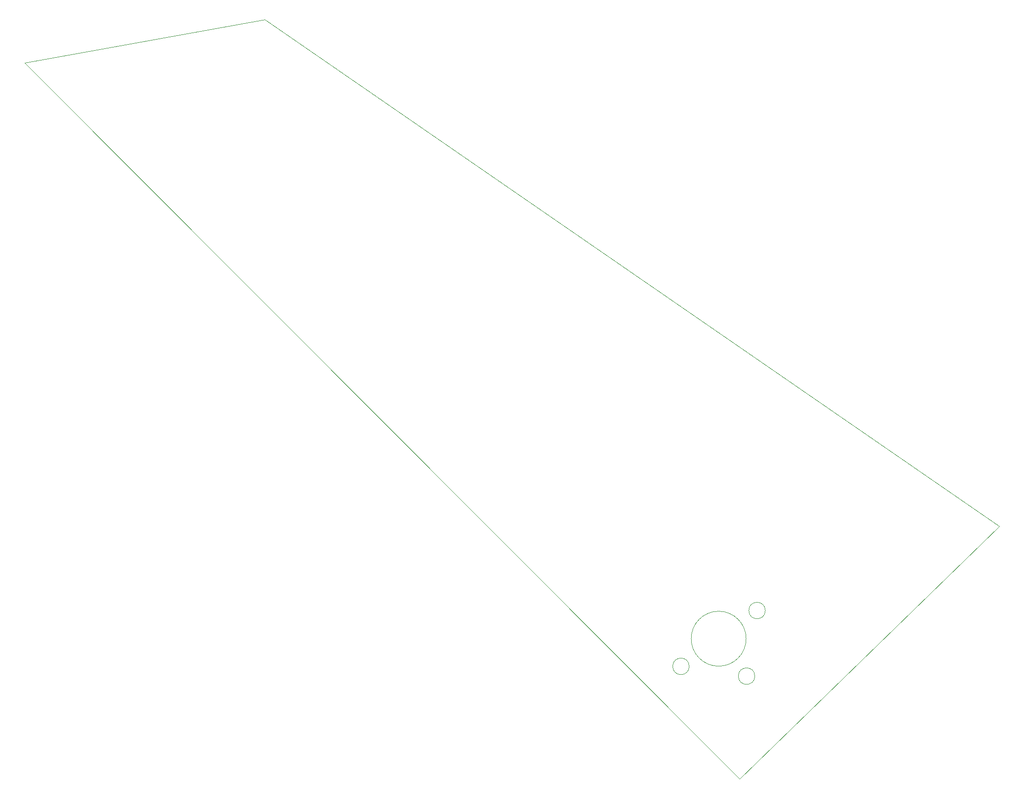
<source format=gbr>
%TF.GenerationSoftware,KiCad,Pcbnew,(7.0.0)*%
%TF.CreationDate,2023-03-18T11:24:22-05:00*%
%TF.ProjectId,LED Fan Blade,4c454420-4661-46e2-9042-6c6164652e6b,rev?*%
%TF.SameCoordinates,Original*%
%TF.FileFunction,Profile,NP*%
%FSLAX46Y46*%
G04 Gerber Fmt 4.6, Leading zero omitted, Abs format (unit mm)*
G04 Created by KiCad (PCBNEW (7.0.0)) date 2023-03-18 11:24:22*
%MOMM*%
%LPD*%
G01*
G04 APERTURE LIST*
%TA.AperFunction,Profile*%
%ADD10C,0.100000*%
%TD*%
G04 APERTURE END LIST*
D10*
X149074000Y-140335000D02*
G75*
G03*
X149074000Y-140335000I-1500000J0D01*
G01*
X137136000Y-138557000D02*
G75*
G03*
X137136000Y-138557000I-1500000J0D01*
G01*
X16256000Y-28702000D02*
X146304000Y-159004000D01*
X150979000Y-128397000D02*
G75*
G03*
X150979000Y-128397000I-1500000J0D01*
G01*
X59944000Y-20828000D02*
X193548000Y-113030000D01*
X193548000Y-113030000D02*
X146304000Y-159004000D01*
X16256000Y-28702000D02*
X59944000Y-20828000D01*
X147494000Y-133524000D02*
G75*
G03*
X147494000Y-133524000I-5000000J0D01*
G01*
M02*

</source>
